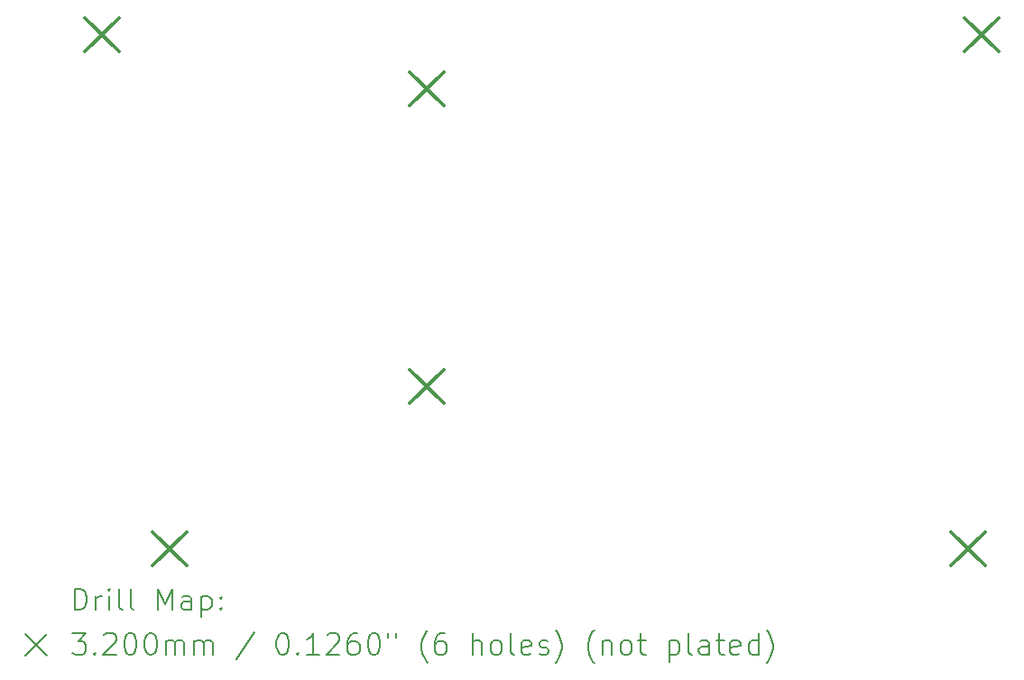
<source format=gbr>
%TF.GenerationSoftware,KiCad,Pcbnew,7.0.7*%
%TF.CreationDate,2024-03-03T00:58:22-08:00*%
%TF.ProjectId,arduino-due-shield,61726475-696e-46f2-9d64-75652d736869,rev?*%
%TF.SameCoordinates,Original*%
%TF.FileFunction,Drillmap*%
%TF.FilePolarity,Positive*%
%FSLAX45Y45*%
G04 Gerber Fmt 4.5, Leading zero omitted, Abs format (unit mm)*
G04 Created by KiCad (PCBNEW 7.0.7) date 2024-03-03 00:58:22*
%MOMM*%
%LPD*%
G01*
G04 APERTURE LIST*
%ADD10C,0.200000*%
%ADD11C,0.320000*%
G04 APERTURE END LIST*
D10*
D11*
X2688000Y-2594000D02*
X3008000Y-2914000D01*
X3008000Y-2594000D02*
X2688000Y-2914000D01*
X3323000Y-7420000D02*
X3643000Y-7740000D01*
X3643000Y-7420000D02*
X3323000Y-7740000D01*
X5736000Y-3102000D02*
X6056000Y-3422000D01*
X6056000Y-3102000D02*
X5736000Y-3422000D01*
X5736000Y-5896000D02*
X6056000Y-6216000D01*
X6056000Y-5896000D02*
X5736000Y-6216000D01*
X10816000Y-7420000D02*
X11136000Y-7740000D01*
X11136000Y-7420000D02*
X10816000Y-7740000D01*
X10943000Y-2594000D02*
X11263000Y-2914000D01*
X11263000Y-2594000D02*
X10943000Y-2914000D01*
D10*
X2593277Y-8152984D02*
X2593277Y-7952984D01*
X2593277Y-7952984D02*
X2640896Y-7952984D01*
X2640896Y-7952984D02*
X2669467Y-7962508D01*
X2669467Y-7962508D02*
X2688515Y-7981555D01*
X2688515Y-7981555D02*
X2698039Y-8000603D01*
X2698039Y-8000603D02*
X2707563Y-8038698D01*
X2707563Y-8038698D02*
X2707563Y-8067269D01*
X2707563Y-8067269D02*
X2698039Y-8105365D01*
X2698039Y-8105365D02*
X2688515Y-8124412D01*
X2688515Y-8124412D02*
X2669467Y-8143460D01*
X2669467Y-8143460D02*
X2640896Y-8152984D01*
X2640896Y-8152984D02*
X2593277Y-8152984D01*
X2793277Y-8152984D02*
X2793277Y-8019650D01*
X2793277Y-8057746D02*
X2802801Y-8038698D01*
X2802801Y-8038698D02*
X2812324Y-8029174D01*
X2812324Y-8029174D02*
X2831372Y-8019650D01*
X2831372Y-8019650D02*
X2850420Y-8019650D01*
X2917086Y-8152984D02*
X2917086Y-8019650D01*
X2917086Y-7952984D02*
X2907562Y-7962508D01*
X2907562Y-7962508D02*
X2917086Y-7972031D01*
X2917086Y-7972031D02*
X2926610Y-7962508D01*
X2926610Y-7962508D02*
X2917086Y-7952984D01*
X2917086Y-7952984D02*
X2917086Y-7972031D01*
X3040896Y-8152984D02*
X3021848Y-8143460D01*
X3021848Y-8143460D02*
X3012324Y-8124412D01*
X3012324Y-8124412D02*
X3012324Y-7952984D01*
X3145658Y-8152984D02*
X3126610Y-8143460D01*
X3126610Y-8143460D02*
X3117086Y-8124412D01*
X3117086Y-8124412D02*
X3117086Y-7952984D01*
X3374229Y-8152984D02*
X3374229Y-7952984D01*
X3374229Y-7952984D02*
X3440896Y-8095841D01*
X3440896Y-8095841D02*
X3507562Y-7952984D01*
X3507562Y-7952984D02*
X3507562Y-8152984D01*
X3688515Y-8152984D02*
X3688515Y-8048222D01*
X3688515Y-8048222D02*
X3678991Y-8029174D01*
X3678991Y-8029174D02*
X3659943Y-8019650D01*
X3659943Y-8019650D02*
X3621848Y-8019650D01*
X3621848Y-8019650D02*
X3602801Y-8029174D01*
X3688515Y-8143460D02*
X3669467Y-8152984D01*
X3669467Y-8152984D02*
X3621848Y-8152984D01*
X3621848Y-8152984D02*
X3602801Y-8143460D01*
X3602801Y-8143460D02*
X3593277Y-8124412D01*
X3593277Y-8124412D02*
X3593277Y-8105365D01*
X3593277Y-8105365D02*
X3602801Y-8086317D01*
X3602801Y-8086317D02*
X3621848Y-8076793D01*
X3621848Y-8076793D02*
X3669467Y-8076793D01*
X3669467Y-8076793D02*
X3688515Y-8067269D01*
X3783753Y-8019650D02*
X3783753Y-8219650D01*
X3783753Y-8029174D02*
X3802801Y-8019650D01*
X3802801Y-8019650D02*
X3840896Y-8019650D01*
X3840896Y-8019650D02*
X3859943Y-8029174D01*
X3859943Y-8029174D02*
X3869467Y-8038698D01*
X3869467Y-8038698D02*
X3878991Y-8057746D01*
X3878991Y-8057746D02*
X3878991Y-8114888D01*
X3878991Y-8114888D02*
X3869467Y-8133936D01*
X3869467Y-8133936D02*
X3859943Y-8143460D01*
X3859943Y-8143460D02*
X3840896Y-8152984D01*
X3840896Y-8152984D02*
X3802801Y-8152984D01*
X3802801Y-8152984D02*
X3783753Y-8143460D01*
X3964705Y-8133936D02*
X3974229Y-8143460D01*
X3974229Y-8143460D02*
X3964705Y-8152984D01*
X3964705Y-8152984D02*
X3955182Y-8143460D01*
X3955182Y-8143460D02*
X3964705Y-8133936D01*
X3964705Y-8133936D02*
X3964705Y-8152984D01*
X3964705Y-8029174D02*
X3974229Y-8038698D01*
X3974229Y-8038698D02*
X3964705Y-8048222D01*
X3964705Y-8048222D02*
X3955182Y-8038698D01*
X3955182Y-8038698D02*
X3964705Y-8029174D01*
X3964705Y-8029174D02*
X3964705Y-8048222D01*
X2132500Y-8381500D02*
X2332500Y-8581500D01*
X2332500Y-8381500D02*
X2132500Y-8581500D01*
X2574229Y-8372984D02*
X2698039Y-8372984D01*
X2698039Y-8372984D02*
X2631372Y-8449174D01*
X2631372Y-8449174D02*
X2659944Y-8449174D01*
X2659944Y-8449174D02*
X2678991Y-8458698D01*
X2678991Y-8458698D02*
X2688515Y-8468222D01*
X2688515Y-8468222D02*
X2698039Y-8487270D01*
X2698039Y-8487270D02*
X2698039Y-8534889D01*
X2698039Y-8534889D02*
X2688515Y-8553936D01*
X2688515Y-8553936D02*
X2678991Y-8563460D01*
X2678991Y-8563460D02*
X2659944Y-8572984D01*
X2659944Y-8572984D02*
X2602801Y-8572984D01*
X2602801Y-8572984D02*
X2583753Y-8563460D01*
X2583753Y-8563460D02*
X2574229Y-8553936D01*
X2783753Y-8553936D02*
X2793277Y-8563460D01*
X2793277Y-8563460D02*
X2783753Y-8572984D01*
X2783753Y-8572984D02*
X2774229Y-8563460D01*
X2774229Y-8563460D02*
X2783753Y-8553936D01*
X2783753Y-8553936D02*
X2783753Y-8572984D01*
X2869467Y-8392031D02*
X2878991Y-8382508D01*
X2878991Y-8382508D02*
X2898039Y-8372984D01*
X2898039Y-8372984D02*
X2945658Y-8372984D01*
X2945658Y-8372984D02*
X2964705Y-8382508D01*
X2964705Y-8382508D02*
X2974229Y-8392031D01*
X2974229Y-8392031D02*
X2983753Y-8411079D01*
X2983753Y-8411079D02*
X2983753Y-8430127D01*
X2983753Y-8430127D02*
X2974229Y-8458698D01*
X2974229Y-8458698D02*
X2859943Y-8572984D01*
X2859943Y-8572984D02*
X2983753Y-8572984D01*
X3107562Y-8372984D02*
X3126610Y-8372984D01*
X3126610Y-8372984D02*
X3145658Y-8382508D01*
X3145658Y-8382508D02*
X3155182Y-8392031D01*
X3155182Y-8392031D02*
X3164705Y-8411079D01*
X3164705Y-8411079D02*
X3174229Y-8449174D01*
X3174229Y-8449174D02*
X3174229Y-8496793D01*
X3174229Y-8496793D02*
X3164705Y-8534889D01*
X3164705Y-8534889D02*
X3155182Y-8553936D01*
X3155182Y-8553936D02*
X3145658Y-8563460D01*
X3145658Y-8563460D02*
X3126610Y-8572984D01*
X3126610Y-8572984D02*
X3107562Y-8572984D01*
X3107562Y-8572984D02*
X3088515Y-8563460D01*
X3088515Y-8563460D02*
X3078991Y-8553936D01*
X3078991Y-8553936D02*
X3069467Y-8534889D01*
X3069467Y-8534889D02*
X3059943Y-8496793D01*
X3059943Y-8496793D02*
X3059943Y-8449174D01*
X3059943Y-8449174D02*
X3069467Y-8411079D01*
X3069467Y-8411079D02*
X3078991Y-8392031D01*
X3078991Y-8392031D02*
X3088515Y-8382508D01*
X3088515Y-8382508D02*
X3107562Y-8372984D01*
X3298039Y-8372984D02*
X3317086Y-8372984D01*
X3317086Y-8372984D02*
X3336134Y-8382508D01*
X3336134Y-8382508D02*
X3345658Y-8392031D01*
X3345658Y-8392031D02*
X3355182Y-8411079D01*
X3355182Y-8411079D02*
X3364705Y-8449174D01*
X3364705Y-8449174D02*
X3364705Y-8496793D01*
X3364705Y-8496793D02*
X3355182Y-8534889D01*
X3355182Y-8534889D02*
X3345658Y-8553936D01*
X3345658Y-8553936D02*
X3336134Y-8563460D01*
X3336134Y-8563460D02*
X3317086Y-8572984D01*
X3317086Y-8572984D02*
X3298039Y-8572984D01*
X3298039Y-8572984D02*
X3278991Y-8563460D01*
X3278991Y-8563460D02*
X3269467Y-8553936D01*
X3269467Y-8553936D02*
X3259943Y-8534889D01*
X3259943Y-8534889D02*
X3250420Y-8496793D01*
X3250420Y-8496793D02*
X3250420Y-8449174D01*
X3250420Y-8449174D02*
X3259943Y-8411079D01*
X3259943Y-8411079D02*
X3269467Y-8392031D01*
X3269467Y-8392031D02*
X3278991Y-8382508D01*
X3278991Y-8382508D02*
X3298039Y-8372984D01*
X3450420Y-8572984D02*
X3450420Y-8439650D01*
X3450420Y-8458698D02*
X3459943Y-8449174D01*
X3459943Y-8449174D02*
X3478991Y-8439650D01*
X3478991Y-8439650D02*
X3507563Y-8439650D01*
X3507563Y-8439650D02*
X3526610Y-8449174D01*
X3526610Y-8449174D02*
X3536134Y-8468222D01*
X3536134Y-8468222D02*
X3536134Y-8572984D01*
X3536134Y-8468222D02*
X3545658Y-8449174D01*
X3545658Y-8449174D02*
X3564705Y-8439650D01*
X3564705Y-8439650D02*
X3593277Y-8439650D01*
X3593277Y-8439650D02*
X3612324Y-8449174D01*
X3612324Y-8449174D02*
X3621848Y-8468222D01*
X3621848Y-8468222D02*
X3621848Y-8572984D01*
X3717086Y-8572984D02*
X3717086Y-8439650D01*
X3717086Y-8458698D02*
X3726610Y-8449174D01*
X3726610Y-8449174D02*
X3745658Y-8439650D01*
X3745658Y-8439650D02*
X3774229Y-8439650D01*
X3774229Y-8439650D02*
X3793277Y-8449174D01*
X3793277Y-8449174D02*
X3802801Y-8468222D01*
X3802801Y-8468222D02*
X3802801Y-8572984D01*
X3802801Y-8468222D02*
X3812324Y-8449174D01*
X3812324Y-8449174D02*
X3831372Y-8439650D01*
X3831372Y-8439650D02*
X3859943Y-8439650D01*
X3859943Y-8439650D02*
X3878991Y-8449174D01*
X3878991Y-8449174D02*
X3888515Y-8468222D01*
X3888515Y-8468222D02*
X3888515Y-8572984D01*
X4278991Y-8363460D02*
X4107563Y-8620603D01*
X4536134Y-8372984D02*
X4555182Y-8372984D01*
X4555182Y-8372984D02*
X4574229Y-8382508D01*
X4574229Y-8382508D02*
X4583753Y-8392031D01*
X4583753Y-8392031D02*
X4593277Y-8411079D01*
X4593277Y-8411079D02*
X4602801Y-8449174D01*
X4602801Y-8449174D02*
X4602801Y-8496793D01*
X4602801Y-8496793D02*
X4593277Y-8534889D01*
X4593277Y-8534889D02*
X4583753Y-8553936D01*
X4583753Y-8553936D02*
X4574229Y-8563460D01*
X4574229Y-8563460D02*
X4555182Y-8572984D01*
X4555182Y-8572984D02*
X4536134Y-8572984D01*
X4536134Y-8572984D02*
X4517087Y-8563460D01*
X4517087Y-8563460D02*
X4507563Y-8553936D01*
X4507563Y-8553936D02*
X4498039Y-8534889D01*
X4498039Y-8534889D02*
X4488515Y-8496793D01*
X4488515Y-8496793D02*
X4488515Y-8449174D01*
X4488515Y-8449174D02*
X4498039Y-8411079D01*
X4498039Y-8411079D02*
X4507563Y-8392031D01*
X4507563Y-8392031D02*
X4517087Y-8382508D01*
X4517087Y-8382508D02*
X4536134Y-8372984D01*
X4688515Y-8553936D02*
X4698039Y-8563460D01*
X4698039Y-8563460D02*
X4688515Y-8572984D01*
X4688515Y-8572984D02*
X4678991Y-8563460D01*
X4678991Y-8563460D02*
X4688515Y-8553936D01*
X4688515Y-8553936D02*
X4688515Y-8572984D01*
X4888515Y-8572984D02*
X4774229Y-8572984D01*
X4831372Y-8572984D02*
X4831372Y-8372984D01*
X4831372Y-8372984D02*
X4812325Y-8401555D01*
X4812325Y-8401555D02*
X4793277Y-8420603D01*
X4793277Y-8420603D02*
X4774229Y-8430127D01*
X4964706Y-8392031D02*
X4974229Y-8382508D01*
X4974229Y-8382508D02*
X4993277Y-8372984D01*
X4993277Y-8372984D02*
X5040896Y-8372984D01*
X5040896Y-8372984D02*
X5059944Y-8382508D01*
X5059944Y-8382508D02*
X5069468Y-8392031D01*
X5069468Y-8392031D02*
X5078991Y-8411079D01*
X5078991Y-8411079D02*
X5078991Y-8430127D01*
X5078991Y-8430127D02*
X5069468Y-8458698D01*
X5069468Y-8458698D02*
X4955182Y-8572984D01*
X4955182Y-8572984D02*
X5078991Y-8572984D01*
X5250420Y-8372984D02*
X5212325Y-8372984D01*
X5212325Y-8372984D02*
X5193277Y-8382508D01*
X5193277Y-8382508D02*
X5183753Y-8392031D01*
X5183753Y-8392031D02*
X5164706Y-8420603D01*
X5164706Y-8420603D02*
X5155182Y-8458698D01*
X5155182Y-8458698D02*
X5155182Y-8534889D01*
X5155182Y-8534889D02*
X5164706Y-8553936D01*
X5164706Y-8553936D02*
X5174229Y-8563460D01*
X5174229Y-8563460D02*
X5193277Y-8572984D01*
X5193277Y-8572984D02*
X5231372Y-8572984D01*
X5231372Y-8572984D02*
X5250420Y-8563460D01*
X5250420Y-8563460D02*
X5259944Y-8553936D01*
X5259944Y-8553936D02*
X5269468Y-8534889D01*
X5269468Y-8534889D02*
X5269468Y-8487270D01*
X5269468Y-8487270D02*
X5259944Y-8468222D01*
X5259944Y-8468222D02*
X5250420Y-8458698D01*
X5250420Y-8458698D02*
X5231372Y-8449174D01*
X5231372Y-8449174D02*
X5193277Y-8449174D01*
X5193277Y-8449174D02*
X5174229Y-8458698D01*
X5174229Y-8458698D02*
X5164706Y-8468222D01*
X5164706Y-8468222D02*
X5155182Y-8487270D01*
X5393277Y-8372984D02*
X5412325Y-8372984D01*
X5412325Y-8372984D02*
X5431372Y-8382508D01*
X5431372Y-8382508D02*
X5440896Y-8392031D01*
X5440896Y-8392031D02*
X5450420Y-8411079D01*
X5450420Y-8411079D02*
X5459944Y-8449174D01*
X5459944Y-8449174D02*
X5459944Y-8496793D01*
X5459944Y-8496793D02*
X5450420Y-8534889D01*
X5450420Y-8534889D02*
X5440896Y-8553936D01*
X5440896Y-8553936D02*
X5431372Y-8563460D01*
X5431372Y-8563460D02*
X5412325Y-8572984D01*
X5412325Y-8572984D02*
X5393277Y-8572984D01*
X5393277Y-8572984D02*
X5374229Y-8563460D01*
X5374229Y-8563460D02*
X5364706Y-8553936D01*
X5364706Y-8553936D02*
X5355182Y-8534889D01*
X5355182Y-8534889D02*
X5345658Y-8496793D01*
X5345658Y-8496793D02*
X5345658Y-8449174D01*
X5345658Y-8449174D02*
X5355182Y-8411079D01*
X5355182Y-8411079D02*
X5364706Y-8392031D01*
X5364706Y-8392031D02*
X5374229Y-8382508D01*
X5374229Y-8382508D02*
X5393277Y-8372984D01*
X5536134Y-8372984D02*
X5536134Y-8411079D01*
X5612325Y-8372984D02*
X5612325Y-8411079D01*
X5907563Y-8649174D02*
X5898039Y-8639650D01*
X5898039Y-8639650D02*
X5878991Y-8611079D01*
X5878991Y-8611079D02*
X5869468Y-8592031D01*
X5869468Y-8592031D02*
X5859944Y-8563460D01*
X5859944Y-8563460D02*
X5850420Y-8515841D01*
X5850420Y-8515841D02*
X5850420Y-8477746D01*
X5850420Y-8477746D02*
X5859944Y-8430127D01*
X5859944Y-8430127D02*
X5869468Y-8401555D01*
X5869468Y-8401555D02*
X5878991Y-8382508D01*
X5878991Y-8382508D02*
X5898039Y-8353936D01*
X5898039Y-8353936D02*
X5907563Y-8344412D01*
X6069468Y-8372984D02*
X6031372Y-8372984D01*
X6031372Y-8372984D02*
X6012325Y-8382508D01*
X6012325Y-8382508D02*
X6002801Y-8392031D01*
X6002801Y-8392031D02*
X5983753Y-8420603D01*
X5983753Y-8420603D02*
X5974229Y-8458698D01*
X5974229Y-8458698D02*
X5974229Y-8534889D01*
X5974229Y-8534889D02*
X5983753Y-8553936D01*
X5983753Y-8553936D02*
X5993277Y-8563460D01*
X5993277Y-8563460D02*
X6012325Y-8572984D01*
X6012325Y-8572984D02*
X6050420Y-8572984D01*
X6050420Y-8572984D02*
X6069468Y-8563460D01*
X6069468Y-8563460D02*
X6078991Y-8553936D01*
X6078991Y-8553936D02*
X6088515Y-8534889D01*
X6088515Y-8534889D02*
X6088515Y-8487270D01*
X6088515Y-8487270D02*
X6078991Y-8468222D01*
X6078991Y-8468222D02*
X6069468Y-8458698D01*
X6069468Y-8458698D02*
X6050420Y-8449174D01*
X6050420Y-8449174D02*
X6012325Y-8449174D01*
X6012325Y-8449174D02*
X5993277Y-8458698D01*
X5993277Y-8458698D02*
X5983753Y-8468222D01*
X5983753Y-8468222D02*
X5974229Y-8487270D01*
X6326610Y-8572984D02*
X6326610Y-8372984D01*
X6412325Y-8572984D02*
X6412325Y-8468222D01*
X6412325Y-8468222D02*
X6402801Y-8449174D01*
X6402801Y-8449174D02*
X6383753Y-8439650D01*
X6383753Y-8439650D02*
X6355182Y-8439650D01*
X6355182Y-8439650D02*
X6336134Y-8449174D01*
X6336134Y-8449174D02*
X6326610Y-8458698D01*
X6536134Y-8572984D02*
X6517087Y-8563460D01*
X6517087Y-8563460D02*
X6507563Y-8553936D01*
X6507563Y-8553936D02*
X6498039Y-8534889D01*
X6498039Y-8534889D02*
X6498039Y-8477746D01*
X6498039Y-8477746D02*
X6507563Y-8458698D01*
X6507563Y-8458698D02*
X6517087Y-8449174D01*
X6517087Y-8449174D02*
X6536134Y-8439650D01*
X6536134Y-8439650D02*
X6564706Y-8439650D01*
X6564706Y-8439650D02*
X6583753Y-8449174D01*
X6583753Y-8449174D02*
X6593277Y-8458698D01*
X6593277Y-8458698D02*
X6602801Y-8477746D01*
X6602801Y-8477746D02*
X6602801Y-8534889D01*
X6602801Y-8534889D02*
X6593277Y-8553936D01*
X6593277Y-8553936D02*
X6583753Y-8563460D01*
X6583753Y-8563460D02*
X6564706Y-8572984D01*
X6564706Y-8572984D02*
X6536134Y-8572984D01*
X6717087Y-8572984D02*
X6698039Y-8563460D01*
X6698039Y-8563460D02*
X6688515Y-8544412D01*
X6688515Y-8544412D02*
X6688515Y-8372984D01*
X6869468Y-8563460D02*
X6850420Y-8572984D01*
X6850420Y-8572984D02*
X6812325Y-8572984D01*
X6812325Y-8572984D02*
X6793277Y-8563460D01*
X6793277Y-8563460D02*
X6783753Y-8544412D01*
X6783753Y-8544412D02*
X6783753Y-8468222D01*
X6783753Y-8468222D02*
X6793277Y-8449174D01*
X6793277Y-8449174D02*
X6812325Y-8439650D01*
X6812325Y-8439650D02*
X6850420Y-8439650D01*
X6850420Y-8439650D02*
X6869468Y-8449174D01*
X6869468Y-8449174D02*
X6878991Y-8468222D01*
X6878991Y-8468222D02*
X6878991Y-8487270D01*
X6878991Y-8487270D02*
X6783753Y-8506317D01*
X6955182Y-8563460D02*
X6974230Y-8572984D01*
X6974230Y-8572984D02*
X7012325Y-8572984D01*
X7012325Y-8572984D02*
X7031372Y-8563460D01*
X7031372Y-8563460D02*
X7040896Y-8544412D01*
X7040896Y-8544412D02*
X7040896Y-8534889D01*
X7040896Y-8534889D02*
X7031372Y-8515841D01*
X7031372Y-8515841D02*
X7012325Y-8506317D01*
X7012325Y-8506317D02*
X6983753Y-8506317D01*
X6983753Y-8506317D02*
X6964706Y-8496793D01*
X6964706Y-8496793D02*
X6955182Y-8477746D01*
X6955182Y-8477746D02*
X6955182Y-8468222D01*
X6955182Y-8468222D02*
X6964706Y-8449174D01*
X6964706Y-8449174D02*
X6983753Y-8439650D01*
X6983753Y-8439650D02*
X7012325Y-8439650D01*
X7012325Y-8439650D02*
X7031372Y-8449174D01*
X7107563Y-8649174D02*
X7117087Y-8639650D01*
X7117087Y-8639650D02*
X7136134Y-8611079D01*
X7136134Y-8611079D02*
X7145658Y-8592031D01*
X7145658Y-8592031D02*
X7155182Y-8563460D01*
X7155182Y-8563460D02*
X7164706Y-8515841D01*
X7164706Y-8515841D02*
X7164706Y-8477746D01*
X7164706Y-8477746D02*
X7155182Y-8430127D01*
X7155182Y-8430127D02*
X7145658Y-8401555D01*
X7145658Y-8401555D02*
X7136134Y-8382508D01*
X7136134Y-8382508D02*
X7117087Y-8353936D01*
X7117087Y-8353936D02*
X7107563Y-8344412D01*
X7469468Y-8649174D02*
X7459944Y-8639650D01*
X7459944Y-8639650D02*
X7440896Y-8611079D01*
X7440896Y-8611079D02*
X7431372Y-8592031D01*
X7431372Y-8592031D02*
X7421849Y-8563460D01*
X7421849Y-8563460D02*
X7412325Y-8515841D01*
X7412325Y-8515841D02*
X7412325Y-8477746D01*
X7412325Y-8477746D02*
X7421849Y-8430127D01*
X7421849Y-8430127D02*
X7431372Y-8401555D01*
X7431372Y-8401555D02*
X7440896Y-8382508D01*
X7440896Y-8382508D02*
X7459944Y-8353936D01*
X7459944Y-8353936D02*
X7469468Y-8344412D01*
X7545658Y-8439650D02*
X7545658Y-8572984D01*
X7545658Y-8458698D02*
X7555182Y-8449174D01*
X7555182Y-8449174D02*
X7574230Y-8439650D01*
X7574230Y-8439650D02*
X7602801Y-8439650D01*
X7602801Y-8439650D02*
X7621849Y-8449174D01*
X7621849Y-8449174D02*
X7631372Y-8468222D01*
X7631372Y-8468222D02*
X7631372Y-8572984D01*
X7755182Y-8572984D02*
X7736134Y-8563460D01*
X7736134Y-8563460D02*
X7726611Y-8553936D01*
X7726611Y-8553936D02*
X7717087Y-8534889D01*
X7717087Y-8534889D02*
X7717087Y-8477746D01*
X7717087Y-8477746D02*
X7726611Y-8458698D01*
X7726611Y-8458698D02*
X7736134Y-8449174D01*
X7736134Y-8449174D02*
X7755182Y-8439650D01*
X7755182Y-8439650D02*
X7783753Y-8439650D01*
X7783753Y-8439650D02*
X7802801Y-8449174D01*
X7802801Y-8449174D02*
X7812325Y-8458698D01*
X7812325Y-8458698D02*
X7821849Y-8477746D01*
X7821849Y-8477746D02*
X7821849Y-8534889D01*
X7821849Y-8534889D02*
X7812325Y-8553936D01*
X7812325Y-8553936D02*
X7802801Y-8563460D01*
X7802801Y-8563460D02*
X7783753Y-8572984D01*
X7783753Y-8572984D02*
X7755182Y-8572984D01*
X7878992Y-8439650D02*
X7955182Y-8439650D01*
X7907563Y-8372984D02*
X7907563Y-8544412D01*
X7907563Y-8544412D02*
X7917087Y-8563460D01*
X7917087Y-8563460D02*
X7936134Y-8572984D01*
X7936134Y-8572984D02*
X7955182Y-8572984D01*
X8174230Y-8439650D02*
X8174230Y-8639650D01*
X8174230Y-8449174D02*
X8193277Y-8439650D01*
X8193277Y-8439650D02*
X8231373Y-8439650D01*
X8231373Y-8439650D02*
X8250420Y-8449174D01*
X8250420Y-8449174D02*
X8259944Y-8458698D01*
X8259944Y-8458698D02*
X8269468Y-8477746D01*
X8269468Y-8477746D02*
X8269468Y-8534889D01*
X8269468Y-8534889D02*
X8259944Y-8553936D01*
X8259944Y-8553936D02*
X8250420Y-8563460D01*
X8250420Y-8563460D02*
X8231373Y-8572984D01*
X8231373Y-8572984D02*
X8193277Y-8572984D01*
X8193277Y-8572984D02*
X8174230Y-8563460D01*
X8383753Y-8572984D02*
X8364706Y-8563460D01*
X8364706Y-8563460D02*
X8355182Y-8544412D01*
X8355182Y-8544412D02*
X8355182Y-8372984D01*
X8545658Y-8572984D02*
X8545658Y-8468222D01*
X8545658Y-8468222D02*
X8536135Y-8449174D01*
X8536135Y-8449174D02*
X8517087Y-8439650D01*
X8517087Y-8439650D02*
X8478992Y-8439650D01*
X8478992Y-8439650D02*
X8459944Y-8449174D01*
X8545658Y-8563460D02*
X8526611Y-8572984D01*
X8526611Y-8572984D02*
X8478992Y-8572984D01*
X8478992Y-8572984D02*
X8459944Y-8563460D01*
X8459944Y-8563460D02*
X8450420Y-8544412D01*
X8450420Y-8544412D02*
X8450420Y-8525365D01*
X8450420Y-8525365D02*
X8459944Y-8506317D01*
X8459944Y-8506317D02*
X8478992Y-8496793D01*
X8478992Y-8496793D02*
X8526611Y-8496793D01*
X8526611Y-8496793D02*
X8545658Y-8487270D01*
X8612325Y-8439650D02*
X8688515Y-8439650D01*
X8640896Y-8372984D02*
X8640896Y-8544412D01*
X8640896Y-8544412D02*
X8650420Y-8563460D01*
X8650420Y-8563460D02*
X8669468Y-8572984D01*
X8669468Y-8572984D02*
X8688515Y-8572984D01*
X8831373Y-8563460D02*
X8812325Y-8572984D01*
X8812325Y-8572984D02*
X8774230Y-8572984D01*
X8774230Y-8572984D02*
X8755182Y-8563460D01*
X8755182Y-8563460D02*
X8745658Y-8544412D01*
X8745658Y-8544412D02*
X8745658Y-8468222D01*
X8745658Y-8468222D02*
X8755182Y-8449174D01*
X8755182Y-8449174D02*
X8774230Y-8439650D01*
X8774230Y-8439650D02*
X8812325Y-8439650D01*
X8812325Y-8439650D02*
X8831373Y-8449174D01*
X8831373Y-8449174D02*
X8840896Y-8468222D01*
X8840896Y-8468222D02*
X8840896Y-8487270D01*
X8840896Y-8487270D02*
X8745658Y-8506317D01*
X9012325Y-8572984D02*
X9012325Y-8372984D01*
X9012325Y-8563460D02*
X8993277Y-8572984D01*
X8993277Y-8572984D02*
X8955182Y-8572984D01*
X8955182Y-8572984D02*
X8936135Y-8563460D01*
X8936135Y-8563460D02*
X8926611Y-8553936D01*
X8926611Y-8553936D02*
X8917087Y-8534889D01*
X8917087Y-8534889D02*
X8917087Y-8477746D01*
X8917087Y-8477746D02*
X8926611Y-8458698D01*
X8926611Y-8458698D02*
X8936135Y-8449174D01*
X8936135Y-8449174D02*
X8955182Y-8439650D01*
X8955182Y-8439650D02*
X8993277Y-8439650D01*
X8993277Y-8439650D02*
X9012325Y-8449174D01*
X9088516Y-8649174D02*
X9098039Y-8639650D01*
X9098039Y-8639650D02*
X9117087Y-8611079D01*
X9117087Y-8611079D02*
X9126611Y-8592031D01*
X9126611Y-8592031D02*
X9136135Y-8563460D01*
X9136135Y-8563460D02*
X9145658Y-8515841D01*
X9145658Y-8515841D02*
X9145658Y-8477746D01*
X9145658Y-8477746D02*
X9136135Y-8430127D01*
X9136135Y-8430127D02*
X9126611Y-8401555D01*
X9126611Y-8401555D02*
X9117087Y-8382508D01*
X9117087Y-8382508D02*
X9098039Y-8353936D01*
X9098039Y-8353936D02*
X9088516Y-8344412D01*
M02*

</source>
